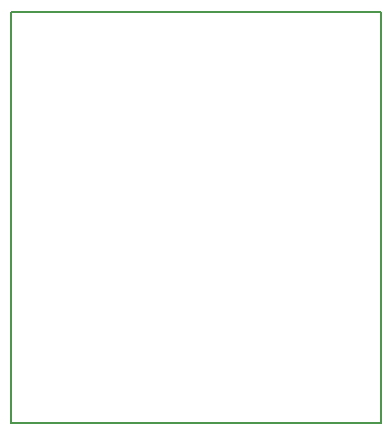
<source format=gm1>
G04 MADE WITH FRITZING*
G04 WWW.FRITZING.ORG*
G04 DOUBLE SIDED*
G04 HOLES PLATED*
G04 CONTOUR ON CENTER OF CONTOUR VECTOR*
%ASAXBY*%
%FSLAX23Y23*%
%MOIN*%
%OFA0B0*%
%SFA1.0B1.0*%
%ADD10R,1.242500X1.380760*%
%ADD11C,0.008000*%
%ADD10C,0.008*%
%LNCONTOUR*%
G90*
G70*
G54D10*
G54D11*
X4Y1377D02*
X1239Y1377D01*
X1239Y4D01*
X4Y4D01*
X4Y1377D01*
D02*
G04 End of contour*
M02*
</source>
